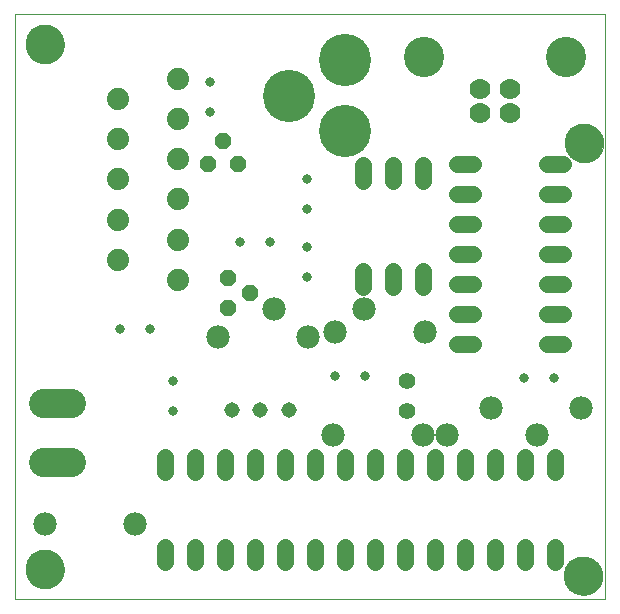
<source format=gts>
G75*
%MOIN*%
%OFA0B0*%
%FSLAX25Y25*%
%IPPOS*%
%LPD*%
%AMOC8*
5,1,8,0,0,1.08239X$1,22.5*
%
%ADD10C,0.00000*%
%ADD11C,0.12998*%
%ADD12C,0.03162*%
%ADD13C,0.07400*%
%ADD14C,0.07000*%
%ADD15C,0.13400*%
%ADD16C,0.05156*%
%ADD17C,0.07800*%
%ADD18C,0.05600*%
%ADD19C,0.17400*%
%ADD20C,0.09770*%
%ADD21C,0.05600*%
%ADD22OC8,0.05600*%
D10*
X0243500Y0183500D02*
X0243500Y0378461D01*
X0440350Y0378461D01*
X0440350Y0183500D01*
X0243500Y0183500D01*
X0247201Y0193500D02*
X0247203Y0193658D01*
X0247209Y0193816D01*
X0247219Y0193974D01*
X0247233Y0194132D01*
X0247251Y0194289D01*
X0247272Y0194446D01*
X0247298Y0194602D01*
X0247328Y0194758D01*
X0247361Y0194913D01*
X0247399Y0195066D01*
X0247440Y0195219D01*
X0247485Y0195371D01*
X0247534Y0195522D01*
X0247587Y0195671D01*
X0247643Y0195819D01*
X0247703Y0195965D01*
X0247767Y0196110D01*
X0247835Y0196253D01*
X0247906Y0196395D01*
X0247980Y0196535D01*
X0248058Y0196672D01*
X0248140Y0196808D01*
X0248224Y0196942D01*
X0248313Y0197073D01*
X0248404Y0197202D01*
X0248499Y0197329D01*
X0248596Y0197454D01*
X0248697Y0197576D01*
X0248801Y0197695D01*
X0248908Y0197812D01*
X0249018Y0197926D01*
X0249131Y0198037D01*
X0249246Y0198146D01*
X0249364Y0198251D01*
X0249485Y0198353D01*
X0249608Y0198453D01*
X0249734Y0198549D01*
X0249862Y0198642D01*
X0249992Y0198732D01*
X0250125Y0198818D01*
X0250260Y0198902D01*
X0250396Y0198981D01*
X0250535Y0199058D01*
X0250676Y0199130D01*
X0250818Y0199200D01*
X0250962Y0199265D01*
X0251108Y0199327D01*
X0251255Y0199385D01*
X0251404Y0199440D01*
X0251554Y0199491D01*
X0251705Y0199538D01*
X0251857Y0199581D01*
X0252010Y0199620D01*
X0252165Y0199656D01*
X0252320Y0199687D01*
X0252476Y0199715D01*
X0252632Y0199739D01*
X0252789Y0199759D01*
X0252947Y0199775D01*
X0253104Y0199787D01*
X0253263Y0199795D01*
X0253421Y0199799D01*
X0253579Y0199799D01*
X0253737Y0199795D01*
X0253896Y0199787D01*
X0254053Y0199775D01*
X0254211Y0199759D01*
X0254368Y0199739D01*
X0254524Y0199715D01*
X0254680Y0199687D01*
X0254835Y0199656D01*
X0254990Y0199620D01*
X0255143Y0199581D01*
X0255295Y0199538D01*
X0255446Y0199491D01*
X0255596Y0199440D01*
X0255745Y0199385D01*
X0255892Y0199327D01*
X0256038Y0199265D01*
X0256182Y0199200D01*
X0256324Y0199130D01*
X0256465Y0199058D01*
X0256604Y0198981D01*
X0256740Y0198902D01*
X0256875Y0198818D01*
X0257008Y0198732D01*
X0257138Y0198642D01*
X0257266Y0198549D01*
X0257392Y0198453D01*
X0257515Y0198353D01*
X0257636Y0198251D01*
X0257754Y0198146D01*
X0257869Y0198037D01*
X0257982Y0197926D01*
X0258092Y0197812D01*
X0258199Y0197695D01*
X0258303Y0197576D01*
X0258404Y0197454D01*
X0258501Y0197329D01*
X0258596Y0197202D01*
X0258687Y0197073D01*
X0258776Y0196942D01*
X0258860Y0196808D01*
X0258942Y0196672D01*
X0259020Y0196535D01*
X0259094Y0196395D01*
X0259165Y0196253D01*
X0259233Y0196110D01*
X0259297Y0195965D01*
X0259357Y0195819D01*
X0259413Y0195671D01*
X0259466Y0195522D01*
X0259515Y0195371D01*
X0259560Y0195219D01*
X0259601Y0195066D01*
X0259639Y0194913D01*
X0259672Y0194758D01*
X0259702Y0194602D01*
X0259728Y0194446D01*
X0259749Y0194289D01*
X0259767Y0194132D01*
X0259781Y0193974D01*
X0259791Y0193816D01*
X0259797Y0193658D01*
X0259799Y0193500D01*
X0259797Y0193342D01*
X0259791Y0193184D01*
X0259781Y0193026D01*
X0259767Y0192868D01*
X0259749Y0192711D01*
X0259728Y0192554D01*
X0259702Y0192398D01*
X0259672Y0192242D01*
X0259639Y0192087D01*
X0259601Y0191934D01*
X0259560Y0191781D01*
X0259515Y0191629D01*
X0259466Y0191478D01*
X0259413Y0191329D01*
X0259357Y0191181D01*
X0259297Y0191035D01*
X0259233Y0190890D01*
X0259165Y0190747D01*
X0259094Y0190605D01*
X0259020Y0190465D01*
X0258942Y0190328D01*
X0258860Y0190192D01*
X0258776Y0190058D01*
X0258687Y0189927D01*
X0258596Y0189798D01*
X0258501Y0189671D01*
X0258404Y0189546D01*
X0258303Y0189424D01*
X0258199Y0189305D01*
X0258092Y0189188D01*
X0257982Y0189074D01*
X0257869Y0188963D01*
X0257754Y0188854D01*
X0257636Y0188749D01*
X0257515Y0188647D01*
X0257392Y0188547D01*
X0257266Y0188451D01*
X0257138Y0188358D01*
X0257008Y0188268D01*
X0256875Y0188182D01*
X0256740Y0188098D01*
X0256604Y0188019D01*
X0256465Y0187942D01*
X0256324Y0187870D01*
X0256182Y0187800D01*
X0256038Y0187735D01*
X0255892Y0187673D01*
X0255745Y0187615D01*
X0255596Y0187560D01*
X0255446Y0187509D01*
X0255295Y0187462D01*
X0255143Y0187419D01*
X0254990Y0187380D01*
X0254835Y0187344D01*
X0254680Y0187313D01*
X0254524Y0187285D01*
X0254368Y0187261D01*
X0254211Y0187241D01*
X0254053Y0187225D01*
X0253896Y0187213D01*
X0253737Y0187205D01*
X0253579Y0187201D01*
X0253421Y0187201D01*
X0253263Y0187205D01*
X0253104Y0187213D01*
X0252947Y0187225D01*
X0252789Y0187241D01*
X0252632Y0187261D01*
X0252476Y0187285D01*
X0252320Y0187313D01*
X0252165Y0187344D01*
X0252010Y0187380D01*
X0251857Y0187419D01*
X0251705Y0187462D01*
X0251554Y0187509D01*
X0251404Y0187560D01*
X0251255Y0187615D01*
X0251108Y0187673D01*
X0250962Y0187735D01*
X0250818Y0187800D01*
X0250676Y0187870D01*
X0250535Y0187942D01*
X0250396Y0188019D01*
X0250260Y0188098D01*
X0250125Y0188182D01*
X0249992Y0188268D01*
X0249862Y0188358D01*
X0249734Y0188451D01*
X0249608Y0188547D01*
X0249485Y0188647D01*
X0249364Y0188749D01*
X0249246Y0188854D01*
X0249131Y0188963D01*
X0249018Y0189074D01*
X0248908Y0189188D01*
X0248801Y0189305D01*
X0248697Y0189424D01*
X0248596Y0189546D01*
X0248499Y0189671D01*
X0248404Y0189798D01*
X0248313Y0189927D01*
X0248224Y0190058D01*
X0248140Y0190192D01*
X0248058Y0190328D01*
X0247980Y0190465D01*
X0247906Y0190605D01*
X0247835Y0190747D01*
X0247767Y0190890D01*
X0247703Y0191035D01*
X0247643Y0191181D01*
X0247587Y0191329D01*
X0247534Y0191478D01*
X0247485Y0191629D01*
X0247440Y0191781D01*
X0247399Y0191934D01*
X0247361Y0192087D01*
X0247328Y0192242D01*
X0247298Y0192398D01*
X0247272Y0192554D01*
X0247251Y0192711D01*
X0247233Y0192868D01*
X0247219Y0193026D01*
X0247209Y0193184D01*
X0247203Y0193342D01*
X0247201Y0193500D01*
X0426754Y0191345D02*
X0426756Y0191503D01*
X0426762Y0191661D01*
X0426772Y0191819D01*
X0426786Y0191977D01*
X0426804Y0192134D01*
X0426825Y0192291D01*
X0426851Y0192447D01*
X0426881Y0192603D01*
X0426914Y0192758D01*
X0426952Y0192911D01*
X0426993Y0193064D01*
X0427038Y0193216D01*
X0427087Y0193367D01*
X0427140Y0193516D01*
X0427196Y0193664D01*
X0427256Y0193810D01*
X0427320Y0193955D01*
X0427388Y0194098D01*
X0427459Y0194240D01*
X0427533Y0194380D01*
X0427611Y0194517D01*
X0427693Y0194653D01*
X0427777Y0194787D01*
X0427866Y0194918D01*
X0427957Y0195047D01*
X0428052Y0195174D01*
X0428149Y0195299D01*
X0428250Y0195421D01*
X0428354Y0195540D01*
X0428461Y0195657D01*
X0428571Y0195771D01*
X0428684Y0195882D01*
X0428799Y0195991D01*
X0428917Y0196096D01*
X0429038Y0196198D01*
X0429161Y0196298D01*
X0429287Y0196394D01*
X0429415Y0196487D01*
X0429545Y0196577D01*
X0429678Y0196663D01*
X0429813Y0196747D01*
X0429949Y0196826D01*
X0430088Y0196903D01*
X0430229Y0196975D01*
X0430371Y0197045D01*
X0430515Y0197110D01*
X0430661Y0197172D01*
X0430808Y0197230D01*
X0430957Y0197285D01*
X0431107Y0197336D01*
X0431258Y0197383D01*
X0431410Y0197426D01*
X0431563Y0197465D01*
X0431718Y0197501D01*
X0431873Y0197532D01*
X0432029Y0197560D01*
X0432185Y0197584D01*
X0432342Y0197604D01*
X0432500Y0197620D01*
X0432657Y0197632D01*
X0432816Y0197640D01*
X0432974Y0197644D01*
X0433132Y0197644D01*
X0433290Y0197640D01*
X0433449Y0197632D01*
X0433606Y0197620D01*
X0433764Y0197604D01*
X0433921Y0197584D01*
X0434077Y0197560D01*
X0434233Y0197532D01*
X0434388Y0197501D01*
X0434543Y0197465D01*
X0434696Y0197426D01*
X0434848Y0197383D01*
X0434999Y0197336D01*
X0435149Y0197285D01*
X0435298Y0197230D01*
X0435445Y0197172D01*
X0435591Y0197110D01*
X0435735Y0197045D01*
X0435877Y0196975D01*
X0436018Y0196903D01*
X0436157Y0196826D01*
X0436293Y0196747D01*
X0436428Y0196663D01*
X0436561Y0196577D01*
X0436691Y0196487D01*
X0436819Y0196394D01*
X0436945Y0196298D01*
X0437068Y0196198D01*
X0437189Y0196096D01*
X0437307Y0195991D01*
X0437422Y0195882D01*
X0437535Y0195771D01*
X0437645Y0195657D01*
X0437752Y0195540D01*
X0437856Y0195421D01*
X0437957Y0195299D01*
X0438054Y0195174D01*
X0438149Y0195047D01*
X0438240Y0194918D01*
X0438329Y0194787D01*
X0438413Y0194653D01*
X0438495Y0194517D01*
X0438573Y0194380D01*
X0438647Y0194240D01*
X0438718Y0194098D01*
X0438786Y0193955D01*
X0438850Y0193810D01*
X0438910Y0193664D01*
X0438966Y0193516D01*
X0439019Y0193367D01*
X0439068Y0193216D01*
X0439113Y0193064D01*
X0439154Y0192911D01*
X0439192Y0192758D01*
X0439225Y0192603D01*
X0439255Y0192447D01*
X0439281Y0192291D01*
X0439302Y0192134D01*
X0439320Y0191977D01*
X0439334Y0191819D01*
X0439344Y0191661D01*
X0439350Y0191503D01*
X0439352Y0191345D01*
X0439350Y0191187D01*
X0439344Y0191029D01*
X0439334Y0190871D01*
X0439320Y0190713D01*
X0439302Y0190556D01*
X0439281Y0190399D01*
X0439255Y0190243D01*
X0439225Y0190087D01*
X0439192Y0189932D01*
X0439154Y0189779D01*
X0439113Y0189626D01*
X0439068Y0189474D01*
X0439019Y0189323D01*
X0438966Y0189174D01*
X0438910Y0189026D01*
X0438850Y0188880D01*
X0438786Y0188735D01*
X0438718Y0188592D01*
X0438647Y0188450D01*
X0438573Y0188310D01*
X0438495Y0188173D01*
X0438413Y0188037D01*
X0438329Y0187903D01*
X0438240Y0187772D01*
X0438149Y0187643D01*
X0438054Y0187516D01*
X0437957Y0187391D01*
X0437856Y0187269D01*
X0437752Y0187150D01*
X0437645Y0187033D01*
X0437535Y0186919D01*
X0437422Y0186808D01*
X0437307Y0186699D01*
X0437189Y0186594D01*
X0437068Y0186492D01*
X0436945Y0186392D01*
X0436819Y0186296D01*
X0436691Y0186203D01*
X0436561Y0186113D01*
X0436428Y0186027D01*
X0436293Y0185943D01*
X0436157Y0185864D01*
X0436018Y0185787D01*
X0435877Y0185715D01*
X0435735Y0185645D01*
X0435591Y0185580D01*
X0435445Y0185518D01*
X0435298Y0185460D01*
X0435149Y0185405D01*
X0434999Y0185354D01*
X0434848Y0185307D01*
X0434696Y0185264D01*
X0434543Y0185225D01*
X0434388Y0185189D01*
X0434233Y0185158D01*
X0434077Y0185130D01*
X0433921Y0185106D01*
X0433764Y0185086D01*
X0433606Y0185070D01*
X0433449Y0185058D01*
X0433290Y0185050D01*
X0433132Y0185046D01*
X0432974Y0185046D01*
X0432816Y0185050D01*
X0432657Y0185058D01*
X0432500Y0185070D01*
X0432342Y0185086D01*
X0432185Y0185106D01*
X0432029Y0185130D01*
X0431873Y0185158D01*
X0431718Y0185189D01*
X0431563Y0185225D01*
X0431410Y0185264D01*
X0431258Y0185307D01*
X0431107Y0185354D01*
X0430957Y0185405D01*
X0430808Y0185460D01*
X0430661Y0185518D01*
X0430515Y0185580D01*
X0430371Y0185645D01*
X0430229Y0185715D01*
X0430088Y0185787D01*
X0429949Y0185864D01*
X0429813Y0185943D01*
X0429678Y0186027D01*
X0429545Y0186113D01*
X0429415Y0186203D01*
X0429287Y0186296D01*
X0429161Y0186392D01*
X0429038Y0186492D01*
X0428917Y0186594D01*
X0428799Y0186699D01*
X0428684Y0186808D01*
X0428571Y0186919D01*
X0428461Y0187033D01*
X0428354Y0187150D01*
X0428250Y0187269D01*
X0428149Y0187391D01*
X0428052Y0187516D01*
X0427957Y0187643D01*
X0427866Y0187772D01*
X0427777Y0187903D01*
X0427693Y0188037D01*
X0427611Y0188173D01*
X0427533Y0188310D01*
X0427459Y0188450D01*
X0427388Y0188592D01*
X0427320Y0188735D01*
X0427256Y0188880D01*
X0427196Y0189026D01*
X0427140Y0189174D01*
X0427087Y0189323D01*
X0427038Y0189474D01*
X0426993Y0189626D01*
X0426952Y0189779D01*
X0426914Y0189932D01*
X0426881Y0190087D01*
X0426851Y0190243D01*
X0426825Y0190399D01*
X0426804Y0190556D01*
X0426786Y0190713D01*
X0426772Y0190871D01*
X0426762Y0191029D01*
X0426756Y0191187D01*
X0426754Y0191345D01*
X0427058Y0335517D02*
X0427060Y0335675D01*
X0427066Y0335833D01*
X0427076Y0335991D01*
X0427090Y0336149D01*
X0427108Y0336306D01*
X0427129Y0336463D01*
X0427155Y0336619D01*
X0427185Y0336775D01*
X0427218Y0336930D01*
X0427256Y0337083D01*
X0427297Y0337236D01*
X0427342Y0337388D01*
X0427391Y0337539D01*
X0427444Y0337688D01*
X0427500Y0337836D01*
X0427560Y0337982D01*
X0427624Y0338127D01*
X0427692Y0338270D01*
X0427763Y0338412D01*
X0427837Y0338552D01*
X0427915Y0338689D01*
X0427997Y0338825D01*
X0428081Y0338959D01*
X0428170Y0339090D01*
X0428261Y0339219D01*
X0428356Y0339346D01*
X0428453Y0339471D01*
X0428554Y0339593D01*
X0428658Y0339712D01*
X0428765Y0339829D01*
X0428875Y0339943D01*
X0428988Y0340054D01*
X0429103Y0340163D01*
X0429221Y0340268D01*
X0429342Y0340370D01*
X0429465Y0340470D01*
X0429591Y0340566D01*
X0429719Y0340659D01*
X0429849Y0340749D01*
X0429982Y0340835D01*
X0430117Y0340919D01*
X0430253Y0340998D01*
X0430392Y0341075D01*
X0430533Y0341147D01*
X0430675Y0341217D01*
X0430819Y0341282D01*
X0430965Y0341344D01*
X0431112Y0341402D01*
X0431261Y0341457D01*
X0431411Y0341508D01*
X0431562Y0341555D01*
X0431714Y0341598D01*
X0431867Y0341637D01*
X0432022Y0341673D01*
X0432177Y0341704D01*
X0432333Y0341732D01*
X0432489Y0341756D01*
X0432646Y0341776D01*
X0432804Y0341792D01*
X0432961Y0341804D01*
X0433120Y0341812D01*
X0433278Y0341816D01*
X0433436Y0341816D01*
X0433594Y0341812D01*
X0433753Y0341804D01*
X0433910Y0341792D01*
X0434068Y0341776D01*
X0434225Y0341756D01*
X0434381Y0341732D01*
X0434537Y0341704D01*
X0434692Y0341673D01*
X0434847Y0341637D01*
X0435000Y0341598D01*
X0435152Y0341555D01*
X0435303Y0341508D01*
X0435453Y0341457D01*
X0435602Y0341402D01*
X0435749Y0341344D01*
X0435895Y0341282D01*
X0436039Y0341217D01*
X0436181Y0341147D01*
X0436322Y0341075D01*
X0436461Y0340998D01*
X0436597Y0340919D01*
X0436732Y0340835D01*
X0436865Y0340749D01*
X0436995Y0340659D01*
X0437123Y0340566D01*
X0437249Y0340470D01*
X0437372Y0340370D01*
X0437493Y0340268D01*
X0437611Y0340163D01*
X0437726Y0340054D01*
X0437839Y0339943D01*
X0437949Y0339829D01*
X0438056Y0339712D01*
X0438160Y0339593D01*
X0438261Y0339471D01*
X0438358Y0339346D01*
X0438453Y0339219D01*
X0438544Y0339090D01*
X0438633Y0338959D01*
X0438717Y0338825D01*
X0438799Y0338689D01*
X0438877Y0338552D01*
X0438951Y0338412D01*
X0439022Y0338270D01*
X0439090Y0338127D01*
X0439154Y0337982D01*
X0439214Y0337836D01*
X0439270Y0337688D01*
X0439323Y0337539D01*
X0439372Y0337388D01*
X0439417Y0337236D01*
X0439458Y0337083D01*
X0439496Y0336930D01*
X0439529Y0336775D01*
X0439559Y0336619D01*
X0439585Y0336463D01*
X0439606Y0336306D01*
X0439624Y0336149D01*
X0439638Y0335991D01*
X0439648Y0335833D01*
X0439654Y0335675D01*
X0439656Y0335517D01*
X0439654Y0335359D01*
X0439648Y0335201D01*
X0439638Y0335043D01*
X0439624Y0334885D01*
X0439606Y0334728D01*
X0439585Y0334571D01*
X0439559Y0334415D01*
X0439529Y0334259D01*
X0439496Y0334104D01*
X0439458Y0333951D01*
X0439417Y0333798D01*
X0439372Y0333646D01*
X0439323Y0333495D01*
X0439270Y0333346D01*
X0439214Y0333198D01*
X0439154Y0333052D01*
X0439090Y0332907D01*
X0439022Y0332764D01*
X0438951Y0332622D01*
X0438877Y0332482D01*
X0438799Y0332345D01*
X0438717Y0332209D01*
X0438633Y0332075D01*
X0438544Y0331944D01*
X0438453Y0331815D01*
X0438358Y0331688D01*
X0438261Y0331563D01*
X0438160Y0331441D01*
X0438056Y0331322D01*
X0437949Y0331205D01*
X0437839Y0331091D01*
X0437726Y0330980D01*
X0437611Y0330871D01*
X0437493Y0330766D01*
X0437372Y0330664D01*
X0437249Y0330564D01*
X0437123Y0330468D01*
X0436995Y0330375D01*
X0436865Y0330285D01*
X0436732Y0330199D01*
X0436597Y0330115D01*
X0436461Y0330036D01*
X0436322Y0329959D01*
X0436181Y0329887D01*
X0436039Y0329817D01*
X0435895Y0329752D01*
X0435749Y0329690D01*
X0435602Y0329632D01*
X0435453Y0329577D01*
X0435303Y0329526D01*
X0435152Y0329479D01*
X0435000Y0329436D01*
X0434847Y0329397D01*
X0434692Y0329361D01*
X0434537Y0329330D01*
X0434381Y0329302D01*
X0434225Y0329278D01*
X0434068Y0329258D01*
X0433910Y0329242D01*
X0433753Y0329230D01*
X0433594Y0329222D01*
X0433436Y0329218D01*
X0433278Y0329218D01*
X0433120Y0329222D01*
X0432961Y0329230D01*
X0432804Y0329242D01*
X0432646Y0329258D01*
X0432489Y0329278D01*
X0432333Y0329302D01*
X0432177Y0329330D01*
X0432022Y0329361D01*
X0431867Y0329397D01*
X0431714Y0329436D01*
X0431562Y0329479D01*
X0431411Y0329526D01*
X0431261Y0329577D01*
X0431112Y0329632D01*
X0430965Y0329690D01*
X0430819Y0329752D01*
X0430675Y0329817D01*
X0430533Y0329887D01*
X0430392Y0329959D01*
X0430253Y0330036D01*
X0430117Y0330115D01*
X0429982Y0330199D01*
X0429849Y0330285D01*
X0429719Y0330375D01*
X0429591Y0330468D01*
X0429465Y0330564D01*
X0429342Y0330664D01*
X0429221Y0330766D01*
X0429103Y0330871D01*
X0428988Y0330980D01*
X0428875Y0331091D01*
X0428765Y0331205D01*
X0428658Y0331322D01*
X0428554Y0331441D01*
X0428453Y0331563D01*
X0428356Y0331688D01*
X0428261Y0331815D01*
X0428170Y0331944D01*
X0428081Y0332075D01*
X0427997Y0332209D01*
X0427915Y0332345D01*
X0427837Y0332482D01*
X0427763Y0332622D01*
X0427692Y0332764D01*
X0427624Y0332907D01*
X0427560Y0333052D01*
X0427500Y0333198D01*
X0427444Y0333346D01*
X0427391Y0333495D01*
X0427342Y0333646D01*
X0427297Y0333798D01*
X0427256Y0333951D01*
X0427218Y0334104D01*
X0427185Y0334259D01*
X0427155Y0334415D01*
X0427129Y0334571D01*
X0427108Y0334728D01*
X0427090Y0334885D01*
X0427076Y0335043D01*
X0427066Y0335201D01*
X0427060Y0335359D01*
X0427058Y0335517D01*
X0247201Y0368500D02*
X0247203Y0368658D01*
X0247209Y0368816D01*
X0247219Y0368974D01*
X0247233Y0369132D01*
X0247251Y0369289D01*
X0247272Y0369446D01*
X0247298Y0369602D01*
X0247328Y0369758D01*
X0247361Y0369913D01*
X0247399Y0370066D01*
X0247440Y0370219D01*
X0247485Y0370371D01*
X0247534Y0370522D01*
X0247587Y0370671D01*
X0247643Y0370819D01*
X0247703Y0370965D01*
X0247767Y0371110D01*
X0247835Y0371253D01*
X0247906Y0371395D01*
X0247980Y0371535D01*
X0248058Y0371672D01*
X0248140Y0371808D01*
X0248224Y0371942D01*
X0248313Y0372073D01*
X0248404Y0372202D01*
X0248499Y0372329D01*
X0248596Y0372454D01*
X0248697Y0372576D01*
X0248801Y0372695D01*
X0248908Y0372812D01*
X0249018Y0372926D01*
X0249131Y0373037D01*
X0249246Y0373146D01*
X0249364Y0373251D01*
X0249485Y0373353D01*
X0249608Y0373453D01*
X0249734Y0373549D01*
X0249862Y0373642D01*
X0249992Y0373732D01*
X0250125Y0373818D01*
X0250260Y0373902D01*
X0250396Y0373981D01*
X0250535Y0374058D01*
X0250676Y0374130D01*
X0250818Y0374200D01*
X0250962Y0374265D01*
X0251108Y0374327D01*
X0251255Y0374385D01*
X0251404Y0374440D01*
X0251554Y0374491D01*
X0251705Y0374538D01*
X0251857Y0374581D01*
X0252010Y0374620D01*
X0252165Y0374656D01*
X0252320Y0374687D01*
X0252476Y0374715D01*
X0252632Y0374739D01*
X0252789Y0374759D01*
X0252947Y0374775D01*
X0253104Y0374787D01*
X0253263Y0374795D01*
X0253421Y0374799D01*
X0253579Y0374799D01*
X0253737Y0374795D01*
X0253896Y0374787D01*
X0254053Y0374775D01*
X0254211Y0374759D01*
X0254368Y0374739D01*
X0254524Y0374715D01*
X0254680Y0374687D01*
X0254835Y0374656D01*
X0254990Y0374620D01*
X0255143Y0374581D01*
X0255295Y0374538D01*
X0255446Y0374491D01*
X0255596Y0374440D01*
X0255745Y0374385D01*
X0255892Y0374327D01*
X0256038Y0374265D01*
X0256182Y0374200D01*
X0256324Y0374130D01*
X0256465Y0374058D01*
X0256604Y0373981D01*
X0256740Y0373902D01*
X0256875Y0373818D01*
X0257008Y0373732D01*
X0257138Y0373642D01*
X0257266Y0373549D01*
X0257392Y0373453D01*
X0257515Y0373353D01*
X0257636Y0373251D01*
X0257754Y0373146D01*
X0257869Y0373037D01*
X0257982Y0372926D01*
X0258092Y0372812D01*
X0258199Y0372695D01*
X0258303Y0372576D01*
X0258404Y0372454D01*
X0258501Y0372329D01*
X0258596Y0372202D01*
X0258687Y0372073D01*
X0258776Y0371942D01*
X0258860Y0371808D01*
X0258942Y0371672D01*
X0259020Y0371535D01*
X0259094Y0371395D01*
X0259165Y0371253D01*
X0259233Y0371110D01*
X0259297Y0370965D01*
X0259357Y0370819D01*
X0259413Y0370671D01*
X0259466Y0370522D01*
X0259515Y0370371D01*
X0259560Y0370219D01*
X0259601Y0370066D01*
X0259639Y0369913D01*
X0259672Y0369758D01*
X0259702Y0369602D01*
X0259728Y0369446D01*
X0259749Y0369289D01*
X0259767Y0369132D01*
X0259781Y0368974D01*
X0259791Y0368816D01*
X0259797Y0368658D01*
X0259799Y0368500D01*
X0259797Y0368342D01*
X0259791Y0368184D01*
X0259781Y0368026D01*
X0259767Y0367868D01*
X0259749Y0367711D01*
X0259728Y0367554D01*
X0259702Y0367398D01*
X0259672Y0367242D01*
X0259639Y0367087D01*
X0259601Y0366934D01*
X0259560Y0366781D01*
X0259515Y0366629D01*
X0259466Y0366478D01*
X0259413Y0366329D01*
X0259357Y0366181D01*
X0259297Y0366035D01*
X0259233Y0365890D01*
X0259165Y0365747D01*
X0259094Y0365605D01*
X0259020Y0365465D01*
X0258942Y0365328D01*
X0258860Y0365192D01*
X0258776Y0365058D01*
X0258687Y0364927D01*
X0258596Y0364798D01*
X0258501Y0364671D01*
X0258404Y0364546D01*
X0258303Y0364424D01*
X0258199Y0364305D01*
X0258092Y0364188D01*
X0257982Y0364074D01*
X0257869Y0363963D01*
X0257754Y0363854D01*
X0257636Y0363749D01*
X0257515Y0363647D01*
X0257392Y0363547D01*
X0257266Y0363451D01*
X0257138Y0363358D01*
X0257008Y0363268D01*
X0256875Y0363182D01*
X0256740Y0363098D01*
X0256604Y0363019D01*
X0256465Y0362942D01*
X0256324Y0362870D01*
X0256182Y0362800D01*
X0256038Y0362735D01*
X0255892Y0362673D01*
X0255745Y0362615D01*
X0255596Y0362560D01*
X0255446Y0362509D01*
X0255295Y0362462D01*
X0255143Y0362419D01*
X0254990Y0362380D01*
X0254835Y0362344D01*
X0254680Y0362313D01*
X0254524Y0362285D01*
X0254368Y0362261D01*
X0254211Y0362241D01*
X0254053Y0362225D01*
X0253896Y0362213D01*
X0253737Y0362205D01*
X0253579Y0362201D01*
X0253421Y0362201D01*
X0253263Y0362205D01*
X0253104Y0362213D01*
X0252947Y0362225D01*
X0252789Y0362241D01*
X0252632Y0362261D01*
X0252476Y0362285D01*
X0252320Y0362313D01*
X0252165Y0362344D01*
X0252010Y0362380D01*
X0251857Y0362419D01*
X0251705Y0362462D01*
X0251554Y0362509D01*
X0251404Y0362560D01*
X0251255Y0362615D01*
X0251108Y0362673D01*
X0250962Y0362735D01*
X0250818Y0362800D01*
X0250676Y0362870D01*
X0250535Y0362942D01*
X0250396Y0363019D01*
X0250260Y0363098D01*
X0250125Y0363182D01*
X0249992Y0363268D01*
X0249862Y0363358D01*
X0249734Y0363451D01*
X0249608Y0363547D01*
X0249485Y0363647D01*
X0249364Y0363749D01*
X0249246Y0363854D01*
X0249131Y0363963D01*
X0249018Y0364074D01*
X0248908Y0364188D01*
X0248801Y0364305D01*
X0248697Y0364424D01*
X0248596Y0364546D01*
X0248499Y0364671D01*
X0248404Y0364798D01*
X0248313Y0364927D01*
X0248224Y0365058D01*
X0248140Y0365192D01*
X0248058Y0365328D01*
X0247980Y0365465D01*
X0247906Y0365605D01*
X0247835Y0365747D01*
X0247767Y0365890D01*
X0247703Y0366035D01*
X0247643Y0366181D01*
X0247587Y0366329D01*
X0247534Y0366478D01*
X0247485Y0366629D01*
X0247440Y0366781D01*
X0247399Y0366934D01*
X0247361Y0367087D01*
X0247328Y0367242D01*
X0247298Y0367398D01*
X0247272Y0367554D01*
X0247251Y0367711D01*
X0247233Y0367868D01*
X0247219Y0368026D01*
X0247209Y0368184D01*
X0247203Y0368342D01*
X0247201Y0368500D01*
D11*
X0253500Y0368500D03*
X0433357Y0335517D03*
X0433053Y0191345D03*
X0253500Y0193500D03*
D12*
X0296141Y0246327D03*
X0296141Y0256327D03*
X0288500Y0273500D03*
X0278500Y0273500D03*
X0318710Y0302684D03*
X0328710Y0302684D03*
X0341000Y0301000D03*
X0341000Y0291000D03*
X0341000Y0313500D03*
X0341000Y0323500D03*
X0308500Y0346000D03*
X0308500Y0356000D03*
X0350268Y0257936D03*
X0360268Y0257936D03*
X0413159Y0257366D03*
X0423159Y0257366D03*
D13*
X0297890Y0290035D03*
X0297890Y0303421D03*
X0297890Y0316807D03*
X0297890Y0330193D03*
X0297890Y0343579D03*
X0297890Y0356965D03*
X0277890Y0350272D03*
X0277890Y0336886D03*
X0277890Y0323500D03*
X0277890Y0310114D03*
X0277890Y0296728D03*
D14*
X0398579Y0345700D03*
X0398579Y0353500D03*
X0408421Y0353500D03*
X0408421Y0345700D03*
D15*
X0427200Y0364200D03*
X0379800Y0364200D03*
D16*
X0334858Y0246463D03*
X0325252Y0246463D03*
X0315858Y0246463D03*
D17*
X0311147Y0270835D03*
X0329865Y0280304D03*
X0341147Y0270835D03*
X0350320Y0272561D03*
X0359865Y0280304D03*
X0380320Y0272561D03*
X0402271Y0247270D03*
X0387682Y0238158D03*
X0379651Y0238349D03*
X0349651Y0238349D03*
X0283500Y0208500D03*
X0253500Y0208500D03*
X0417682Y0238158D03*
X0432271Y0247270D03*
D18*
X0423500Y0231100D02*
X0423500Y0225900D01*
X0413500Y0225900D02*
X0413500Y0231100D01*
X0403500Y0231100D02*
X0403500Y0225900D01*
X0393500Y0225900D02*
X0393500Y0231100D01*
X0383500Y0231100D02*
X0383500Y0225900D01*
X0373500Y0225900D02*
X0373500Y0231100D01*
X0363500Y0231100D02*
X0363500Y0225900D01*
X0353500Y0225900D02*
X0353500Y0231100D01*
X0343500Y0231100D02*
X0343500Y0225900D01*
X0333500Y0225900D02*
X0333500Y0231100D01*
X0323500Y0231100D02*
X0323500Y0225900D01*
X0313500Y0225900D02*
X0313500Y0231100D01*
X0303500Y0231100D02*
X0303500Y0225900D01*
X0293500Y0225900D02*
X0293500Y0231100D01*
X0293500Y0201100D02*
X0293500Y0195900D01*
X0303500Y0195900D02*
X0303500Y0201100D01*
X0313500Y0201100D02*
X0313500Y0195900D01*
X0323500Y0195900D02*
X0323500Y0201100D01*
X0333500Y0201100D02*
X0333500Y0195900D01*
X0343500Y0195900D02*
X0343500Y0201100D01*
X0353500Y0201100D02*
X0353500Y0195900D01*
X0363500Y0195900D02*
X0363500Y0201100D01*
X0373500Y0201100D02*
X0373500Y0195900D01*
X0383500Y0195900D02*
X0383500Y0201100D01*
X0393500Y0201100D02*
X0393500Y0195900D01*
X0403500Y0195900D02*
X0403500Y0201100D01*
X0413500Y0201100D02*
X0413500Y0195900D01*
X0423500Y0195900D02*
X0423500Y0201100D01*
X0420900Y0268500D02*
X0426100Y0268500D01*
X0426100Y0278500D02*
X0420900Y0278500D01*
X0420900Y0288500D02*
X0426100Y0288500D01*
X0426100Y0298500D02*
X0420900Y0298500D01*
X0420900Y0308500D02*
X0426100Y0308500D01*
X0426100Y0318500D02*
X0420900Y0318500D01*
X0420900Y0328500D02*
X0426100Y0328500D01*
X0396100Y0328500D02*
X0390900Y0328500D01*
X0390900Y0318500D02*
X0396100Y0318500D01*
X0396100Y0308500D02*
X0390900Y0308500D01*
X0390900Y0298500D02*
X0396100Y0298500D01*
X0396100Y0288500D02*
X0390900Y0288500D01*
X0390900Y0278500D02*
X0396100Y0278500D01*
X0396100Y0268500D02*
X0390900Y0268500D01*
X0379634Y0287731D02*
X0379634Y0292931D01*
X0369634Y0292931D02*
X0369634Y0287731D01*
X0359634Y0287731D02*
X0359634Y0292931D01*
X0359634Y0322931D02*
X0359634Y0328131D01*
X0369634Y0328131D02*
X0369634Y0322931D01*
X0379634Y0322931D02*
X0379634Y0328131D01*
D19*
X0353500Y0339563D03*
X0334996Y0351374D03*
X0353500Y0363185D03*
D20*
X0262223Y0248836D02*
X0252853Y0248836D01*
X0252853Y0229151D02*
X0262223Y0229151D01*
D21*
X0374120Y0246215D03*
X0374120Y0256215D03*
D22*
X0321951Y0285768D03*
X0314451Y0290768D03*
X0314451Y0280768D03*
X0317919Y0328710D03*
X0312919Y0336210D03*
X0307919Y0328710D03*
M02*

</source>
